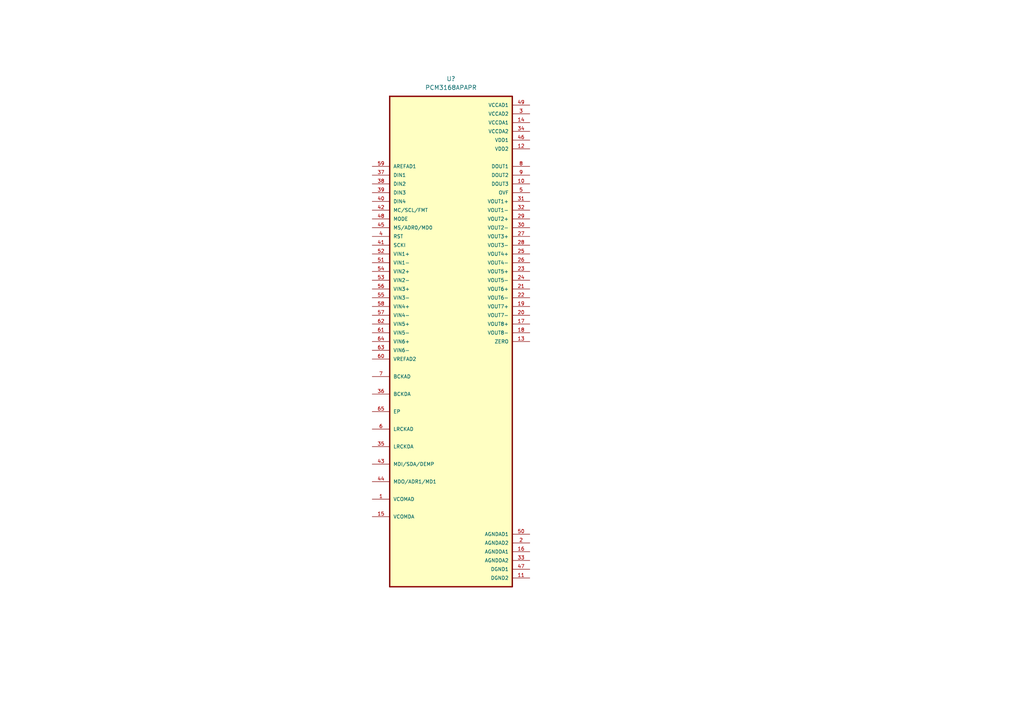
<source format=kicad_sch>
(kicad_sch (version 20211123) (generator eeschema)
  (paper "A4")
  (lib_symbols
    (symbol "PCM3168APAPR:PCM3168APAPR" (pin_names (offset 1.016))
      (property "Reference" "U" (at -17.78 72.1106 0))
      (property "Value" "PCM3168APAPR" (at -17.78 -75.1078 0))
      (symbol "PCM3168APAPR_0_0"
        (rectangle (start -17.78 -71.12) (end 17.78 71.12) (stroke (width 0.4064)) (fill (type background)))
        (pin bidirectional line (at -22.86 -45.72 0) (length 5.08) (name "VCOMAD") (number "1"))
        (pin output line (at 22.86 45.72 180) (length 5.08) (name "DOUT3") (number "10"))
        (pin power_in line (at 22.86 -68.58 180) (length 5.08) (name "DGND2") (number "11"))
        (pin power_in line (at 22.86 55.88 180) (length 5.08) (name "VDD2") (number "12"))
        (pin output line (at 22.86 0 180) (length 5.08) (name "ZERO") (number "13"))
        (pin power_in line (at 22.86 63.5 180) (length 5.08) (name "VCCDA1") (number "14"))
        (pin bidirectional line (at -22.86 -50.8 0) (length 5.08) (name "VCOMDA") (number "15"))
        (pin power_in line (at 22.86 -60.96 180) (length 5.08) (name "AGNDDA1") (number "16"))
        (pin output line (at 22.86 5.08 180) (length 5.08) (name "VOUT8+") (number "17"))
        (pin output line (at 22.86 2.54 180) (length 5.08) (name "VOUT8-") (number "18"))
        (pin output line (at 22.86 10.16 180) (length 5.08) (name "VOUT7+") (number "19"))
        (pin power_in line (at 22.86 -58.42 180) (length 5.08) (name "AGNDAD2") (number "2"))
        (pin output line (at 22.86 7.62 180) (length 5.08) (name "VOUT7-") (number "20"))
        (pin output line (at 22.86 15.24 180) (length 5.08) (name "VOUT6+") (number "21"))
        (pin output line (at 22.86 12.7 180) (length 5.08) (name "VOUT6-") (number "22"))
        (pin output line (at 22.86 20.32 180) (length 5.08) (name "VOUT5+") (number "23"))
        (pin output line (at 22.86 17.78 180) (length 5.08) (name "VOUT5-") (number "24"))
        (pin output line (at 22.86 25.4 180) (length 5.08) (name "VOUT4+") (number "25"))
        (pin output line (at 22.86 22.86 180) (length 5.08) (name "VOUT4-") (number "26"))
        (pin output line (at 22.86 30.48 180) (length 5.08) (name "VOUT3+") (number "27"))
        (pin output line (at 22.86 27.94 180) (length 5.08) (name "VOUT3-") (number "28"))
        (pin output line (at 22.86 35.56 180) (length 5.08) (name "VOUT2+") (number "29"))
        (pin power_in line (at 22.86 66.04 180) (length 5.08) (name "VCCAD2") (number "3"))
        (pin output line (at 22.86 33.02 180) (length 5.08) (name "VOUT2-") (number "30"))
        (pin output line (at 22.86 40.64 180) (length 5.08) (name "VOUT1+") (number "31"))
        (pin output line (at 22.86 38.1 180) (length 5.08) (name "VOUT1-") (number "32"))
        (pin power_in line (at 22.86 -63.5 180) (length 5.08) (name "AGNDDA2") (number "33"))
        (pin power_in line (at 22.86 60.96 180) (length 5.08) (name "VCCDA2") (number "34"))
        (pin bidirectional line (at -22.86 -30.48 0) (length 5.08) (name "LRCKDA") (number "35"))
        (pin bidirectional line (at -22.86 -15.24 0) (length 5.08) (name "BCKDA") (number "36"))
        (pin input line (at -22.86 48.26 0) (length 5.08) (name "DIN1") (number "37"))
        (pin input line (at -22.86 45.72 0) (length 5.08) (name "DIN2") (number "38"))
        (pin input line (at -22.86 43.18 0) (length 5.08) (name "DIN3") (number "39"))
        (pin input line (at -22.86 30.48 0) (length 5.08) (name "RST") (number "4"))
        (pin input line (at -22.86 40.64 0) (length 5.08) (name "DIN4") (number "40"))
        (pin input line (at -22.86 27.94 0) (length 5.08) (name "SCKI") (number "41"))
        (pin input line (at -22.86 38.1 0) (length 5.08) (name "MC/SCL/FMT") (number "42"))
        (pin bidirectional line (at -22.86 -35.56 0) (length 5.08) (name "MDI/SDA/DEMP") (number "43"))
        (pin bidirectional line (at -22.86 -40.64 0) (length 5.08) (name "MDO/ADR1/MD1") (number "44"))
        (pin input line (at -22.86 33.02 0) (length 5.08) (name "MS/ADR0/MD0") (number "45"))
        (pin power_in line (at 22.86 58.42 180) (length 5.08) (name "VDD1") (number "46"))
        (pin power_in line (at 22.86 -66.04 180) (length 5.08) (name "DGND1") (number "47"))
        (pin input line (at -22.86 35.56 0) (length 5.08) (name "MODE") (number "48"))
        (pin power_in line (at 22.86 68.58 180) (length 5.08) (name "VCCAD1") (number "49"))
        (pin output line (at 22.86 43.18 180) (length 5.08) (name "OVF") (number "5"))
        (pin power_in line (at 22.86 -55.88 180) (length 5.08) (name "AGNDAD1") (number "50"))
        (pin input line (at -22.86 22.86 0) (length 5.08) (name "VIN1-") (number "51"))
        (pin input line (at -22.86 25.4 0) (length 5.08) (name "VIN1+") (number "52"))
        (pin input line (at -22.86 17.78 0) (length 5.08) (name "VIN2-") (number "53"))
        (pin input line (at -22.86 20.32 0) (length 5.08) (name "VIN2+") (number "54"))
        (pin input line (at -22.86 12.7 0) (length 5.08) (name "VIN3-") (number "55"))
        (pin input line (at -22.86 15.24 0) (length 5.08) (name "VIN3+") (number "56"))
        (pin input line (at -22.86 7.62 0) (length 5.08) (name "VIN4-") (number "57"))
        (pin input line (at -22.86 10.16 0) (length 5.08) (name "VIN4+") (number "58"))
        (pin input line (at -22.86 50.8 0) (length 5.08) (name "AREFAD1") (number "59"))
        (pin bidirectional line (at -22.86 -25.4 0) (length 5.08) (name "LRCKAD") (number "6"))
        (pin input line (at -22.86 -5.08 0) (length 5.08) (name "VREFAD2") (number "60"))
        (pin input line (at -22.86 2.54 0) (length 5.08) (name "VIN5-") (number "61"))
        (pin input line (at -22.86 5.08 0) (length 5.08) (name "VIN5+") (number "62"))
        (pin input line (at -22.86 -2.54 0) (length 5.08) (name "VIN6-") (number "63"))
        (pin input line (at -22.86 0 0) (length 5.08) (name "VIN6+") (number "64"))
        (pin bidirectional line (at -22.86 -20.32 0) (length 5.08) (name "EP") (number "65"))
        (pin bidirectional line (at -22.86 -10.16 0) (length 5.08) (name "BCKAD") (number "7"))
        (pin output line (at 22.86 50.8 180) (length 5.08) (name "DOUT1") (number "8"))
        (pin output line (at 22.86 48.26 180) (length 5.08) (name "DOUT2") (number "9"))
      )
    )
  )
  (symbol (lib_id "PCM3168APAPR:PCM3168APAPR") (at 130.81 99.06 0) (unit 1)
    (property "Reference" "U?" (at 130.81 22.86 0))
    (property "Value" "PCM3168APAPR" (at 130.81 25.4 0))
    (property "Footprint" "IC_TFP410PAP" (effects hide))
  )
)
</source>
